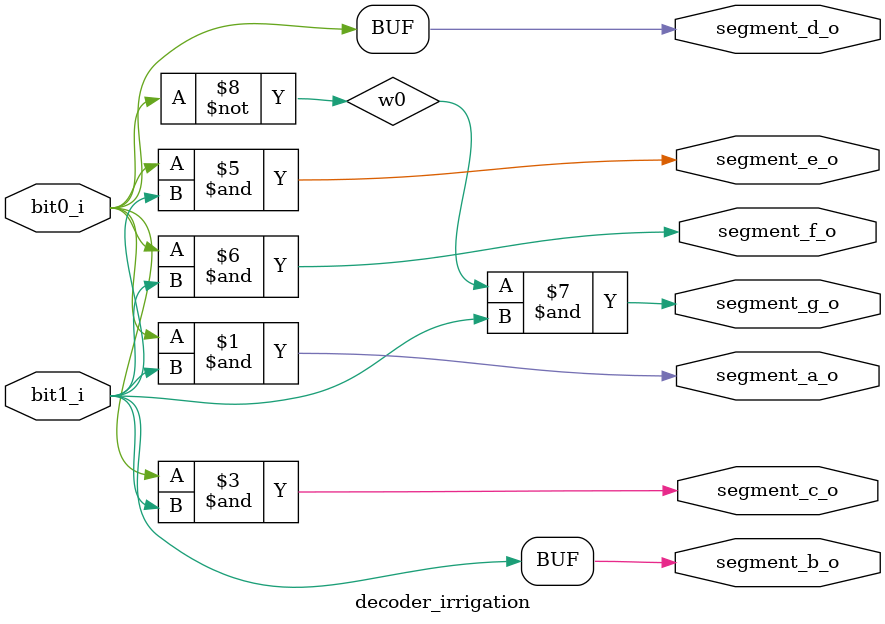
<source format=v>
/* Outputs the irrigation condition on the 7-segment display. If 
   irrigation is disabled, it displays a segment in the middle of
   a digit, otherwise it displays the irrigation mode being used. */

module decoder_irrigation
(
	input  bit0_i,
	input  bit1_i,
	output segment_a_o,
	output segment_b_o,
	output segment_c_o,
	output segment_d_o,
	output segment_e_o,
	output segment_f_o,
	output segment_g_o
);

	// Declaring wires
	wire w0;
	
	// Inverting the LSB input from irrigation encoder
	not inv0(w0, bit0_i);
	
	// Using several AND gates to activate each segment correctly
	and segment_a_status(segment_a_o, bit0_i, bit1_i);
	and segment_b_status(segment_b_o, bit1_i, bit1_i);
	and segment_c_status(segment_c_o, bit0_i, bit1_i);
	and segment_d_status(segment_d_o, bit0_i, bit0_i);
	and segment_e_status(segment_e_o, bit0_i, bit1_i);
	and segment_f_status(segment_f_o, bit0_i, bit1_i);
	and segment_g_status(segment_g_o, w0, bit1_i);	
	
endmodule

</source>
